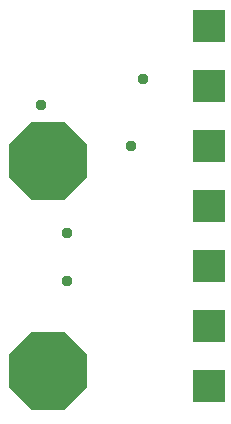
<source format=gbs>
G75*
%MOIN*%
%OFA0B0*%
%FSLAX25Y25*%
%IPPOS*%
%LPD*%
%AMOC8*
5,1,8,0,0,1.08239X$1,22.5*
%
%ADD10R,0.05162X0.05162*%
%ADD11R,0.10800X0.10800*%
%ADD12OC8,0.26200*%
%ADD13OC8,0.05162*%
%ADD14C,0.03778*%
D10*
X0067250Y0008500D03*
X0067250Y0013500D03*
X0072250Y0013500D03*
X0072250Y0008500D03*
X0072250Y0028500D03*
X0072250Y0033500D03*
X0067250Y0033500D03*
X0067250Y0028500D03*
X0067250Y0048500D03*
X0067250Y0053500D03*
X0072250Y0053500D03*
X0072250Y0048500D03*
X0072250Y0068500D03*
X0072250Y0073500D03*
X0067250Y0073500D03*
X0067250Y0068500D03*
X0067250Y0088500D03*
X0067250Y0093500D03*
X0072250Y0093500D03*
X0072250Y0088500D03*
X0072250Y0108500D03*
X0072250Y0113500D03*
X0067250Y0113500D03*
X0067250Y0108500D03*
X0067250Y0128500D03*
X0067250Y0133500D03*
X0072250Y0133500D03*
X0072250Y0128500D03*
D11*
X0069750Y0131000D03*
X0069750Y0111000D03*
X0069750Y0091000D03*
X0069750Y0071000D03*
X0069750Y0051000D03*
X0069750Y0031000D03*
X0069750Y0011000D03*
D12*
X0016000Y0016000D03*
X0016000Y0086000D03*
D13*
X0009125Y0009125D03*
X0006000Y0016000D03*
X0009125Y0022875D03*
X0016000Y0026000D03*
X0022875Y0022875D03*
X0026000Y0016000D03*
X0022875Y0009125D03*
X0016000Y0006000D03*
X0016000Y0076000D03*
X0022875Y0079125D03*
X0026000Y0086000D03*
X0022875Y0092875D03*
X0016000Y0096000D03*
X0009125Y0092875D03*
X0006000Y0086000D03*
X0009125Y0079125D03*
D14*
X0022250Y0062250D03*
X0022250Y0046000D03*
X0043500Y0091000D03*
X0047752Y0113500D03*
X0013500Y0104750D03*
M02*

</source>
